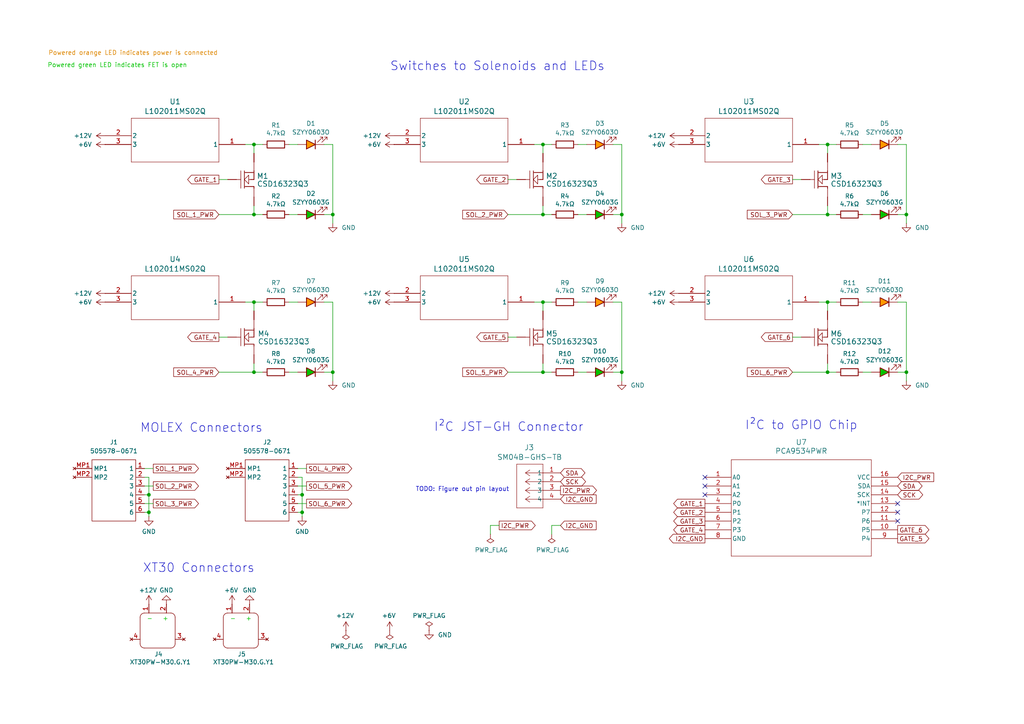
<source format=kicad_sch>
(kicad_sch (version 20250114) (generator "eeschema") (generator_version "9.0")
  (paper "A4")
  (title_block (title "Solenoid Control Board"))
  (lib_symbols
    (symbol "solenoid_control_board:+12V" (power) (pin_numbers (hide yes)) (pin_names (offset 0) (hide yes))
      (property "Value" "+12V" (at 0 3.556 0))
      (symbol "+12V_0_1"
        (polyline (pts (xy -0.762 1.27) (xy 0 2.54)))
        (polyline (pts (xy 0 2.54) (xy 0.762 1.27)))
        (polyline (pts (xy 0 0) (xy 0 2.54)))
      )
      (symbol "+12V_1_1"
        (pin power_in line (at 0 0 90) (length 0) (name "~") (number "1"))
      )
    )
    (symbol "solenoid_control_board:+6V" (power) (pin_numbers (hide yes)) (pin_names (offset 0) (hide yes))
      (property "Value" "+6V" (at 0 3.556 0))
      (symbol "+6V_0_1"
        (polyline (pts (xy -0.762 1.27) (xy 0 2.54)))
        (polyline (pts (xy 0 2.54) (xy 0.762 1.27)))
        (polyline (pts (xy 0 0) (xy 0 2.54)))
      )
      (symbol "+6V_1_1"
        (pin power_in line (at 0 0 90) (length 0) (name "~") (number "1"))
      )
    )
    (symbol "solenoid_control_board:505578-0671"
      (property "Reference" "J" (at -8.89 6.858 0))
      (property "Value" "505578-0671" (at -8.636 4.318 0))
      (symbol "505578-0671_0_1"
        (rectangle (start -15.24 2.54) (end -2.54 -15.24))
      )
      (symbol "505578-0671_1_1"
        (pin no_connect line (at -20.32 0 0) (length 5.08) (name "MP1") (number "MP1"))
        (pin no_connect line (at -20.32 -2.54 0) (length 5.08) (name "MP2") (number "MP2"))
        (pin passive line (at 0 0 180) (length 2.54) (name "1") (number "1"))
        (pin passive line (at 0 -2.54 180) (length 2.54) (name "2") (number "2"))
        (pin passive line (at 0 -5.08 180) (length 2.54) (name "3") (number "3"))
        (pin passive line (at 0 -7.62 180) (length 2.54) (name "4") (number "4"))
        (pin passive line (at 0 -10.16 180) (length 2.54) (name "5") (number "5"))
        (pin passive line (at 0 -12.7 180) (length 2.54) (name "6") (number "6"))
      )
    )
    (symbol "solenoid_control_board:CSD16323Q3" (pin_names (offset 0.254))
      (property "Reference" "M" (at 5.842 0.254 0))
      (property "Value" "CSD16323Q3" (at 12.446 -1.778 0))
      (symbol "CSD16323Q3_1_1"
        (polyline (pts (xy -1.27 0) (xy 0 0)) (stroke (width 0.1524)))
        (polyline (pts (xy 0 -2.54) (xy 0 2.54)) (stroke (width 0.1524)))
        (polyline (pts (xy 1.016 2.54) (xy 1.016 -2.54)) (stroke (width 0.1524)))
        (polyline (pts (xy 1.016 2.54) (xy 1.016 -2.54)) (stroke (width 0.1524)))
        (polyline (pts (xy 1.016 0) (xy 2.286 1.27)) (stroke (width 0.1524)))
        (polyline (pts (xy 1.016 -2.032) (xy 3.81 -2.032)) (stroke (width 0.1524)))
        (polyline (pts (xy 1.27 -2.032) (xy 3.556 -2.032)) (stroke (width 0.1524)))
        (polyline (pts (xy 2.286 1.27) (xy 2.286 -1.27)) (stroke (width 0.1524)))
        (polyline (pts (xy 2.286 0) (xy 3.81 0)) (stroke (width 0.1524)))
        (polyline (pts (xy 2.286 -1.27) (xy 1.016 0)) (stroke (width 0.1524)))
        (polyline (pts (xy 2.794 0) (xy 3.81 0)) (stroke (width 0.1524)))
        (polyline (pts (xy 3.81 5.08) (xy 3.81 2.54)) (stroke (width 0.1524)))
        (polyline (pts (xy 3.81 2.54) (xy 3.81 2.032)) (stroke (width 0.1524)))
        (polyline (pts (xy 3.81 2.54) (xy 3.81 2.032)) (stroke (width 0.1524)))
        (polyline (pts (xy 3.81 2.032) (xy 1.016 2.032)) (stroke (width 0.1524)))
        (polyline (pts (xy 3.81 2.032) (xy 1.27 2.032)) (stroke (width 0.1524)))
        (polyline (pts (xy 3.81 0) (xy 3.81 -2.54)) (stroke (width 0.1524)))
        (polyline (pts (xy 3.81 0) (xy 3.81 -2.54)) (stroke (width 0.1524)))
        (polyline (pts (xy 3.81 -2.54) (xy 3.81 -5.08)) (stroke (width 0.1524)))
        (polyline (pts (xy 3.81 -7.62) (xy 3.81 -5.08)) (stroke (width 0.1524)))
        (pin input line (at -3.81 0 0) (length 2.54) (name "") (number "1"))
        (pin output line (at 3.81 7.62 270) (length 2.54) (name "") (number "3"))
        (pin input line (at 3.81 -7.62 90) (length 2.54) (name "") (number "2"))
      )
    )
    (symbol "solenoid_control_board:GND" (power) (pin_numbers (hide yes)) (pin_names (offset 0) (hide yes))
      (property "Value" "GND" (at 0 -3.81 0))
      (symbol "GND_0_1"
        (polyline (pts (xy 0 0) (xy 0 -1.27) (xy 1.27 -1.27) (xy 0 -2.54) (xy -1.27 -1.27) (xy 0 -1.27)))
      )
      (symbol "GND_1_1"
        (pin power_in line (at 0 0 270) (length 0) (name "~") (number "1"))
      )
    )
    (symbol "solenoid_control_board:L102011MS02Q" (pin_names (offset 0.254))
      (property "Reference" "U" (at 20.32 10.16 0))
      (property "Value" "L102011MS02Q" (at 20.32 7.62 0))
      (symbol "L102011MS02Q_0_1"
        (polyline (pts (xy 7.62 5.08) (xy 7.62 -7.62)) (stroke (width 0.127)))
        (polyline (pts (xy 7.62 -7.62) (xy 33.02 -7.62)) (stroke (width 0.127)))
        (polyline (pts (xy 33.02 5.08) (xy 7.62 5.08)) (stroke (width 0.127)))
        (polyline (pts (xy 33.02 -7.62) (xy 33.02 5.08)) (stroke (width 0.127)))
      )
      (symbol "L102011MS02Q_1_1"
        (pin free line (at 0 0 0) (length 7.62) (name "1") (number "1"))
        (pin free line (at 40.64 0 180) (length 7.62) (name "3") (number "3"))
        (pin free line (at 40.64 -2.54 180) (length 7.62) (name "2") (number "2"))
      )
    )
    (symbol "solenoid_control_board:PCA9534PWR" (pin_names (offset 0.254))
      (property "Reference" "U" (at 27.94 10.16 0))
      (property "Value" "PCA9534PWR" (at 27.94 7.62 0))
      (symbol "PCA9534PWR_0_1"
        (polyline (pts (xy 7.62 5.08) (xy 7.62 -22.86)) (stroke (width 0.127)))
        (polyline (pts (xy 7.62 -22.86) (xy 48.26 -22.86)) (stroke (width 0.127)))
        (polyline (pts (xy 48.26 5.08) (xy 7.62 5.08)) (stroke (width 0.127)))
        (polyline (pts (xy 48.26 -22.86) (xy 48.26 5.08)) (stroke (width 0.127)))
        (pin input line (at 0 0 0) (length 7.62) (name "A0") (number "1"))
        (pin input line (at 0 -2.54 0) (length 7.62) (name "A1") (number "2"))
        (pin input line (at 0 -5.08 0) (length 7.62) (name "A2") (number "3"))
        (pin bidirectional line (at 0 -7.62 0) (length 7.62) (name "P0") (number "4"))
        (pin bidirectional line (at 0 -10.16 0) (length 7.62) (name "P1") (number "5"))
        (pin bidirectional line (at 0 -12.7 0) (length 7.62) (name "P2") (number "6"))
        (pin bidirectional line (at 0 -15.24 0) (length 7.62) (name "P3") (number "7"))
        (pin power_in line (at 0 -17.78 0) (length 7.62) (name "GND") (number "8"))
        (pin power_in line (at 55.88 0 180) (length 7.62) (name "VCC") (number "16"))
        (pin output line (at 55.88 -7.62 180) (length 7.62) (name "*INT") (number "13"))
        (pin bidirectional line (at 55.88 -10.16 180) (length 7.62) (name "P7") (number "12"))
        (pin bidirectional line (at 55.88 -12.7 180) (length 7.62) (name "P6") (number "11"))
        (pin bidirectional line (at 55.88 -15.24 180) (length 7.62) (name "P5") (number "10"))
        (pin bidirectional line (at 55.88 -17.78 180) (length 7.62) (name "P4") (number "9"))
      )
      (symbol "PCA9534PWR_1_1"
        (pin bidirectional line (at 55.88 -2.54 180) (length 7.62) (name "SDA") (number "15"))
        (pin bidirectional line (at 55.88 -5.08 180) (length 7.62) (name "SCK") (number "14"))
      )
    )
    (symbol "solenoid_control_board:PWR_FLAG" (power) (pin_numbers (hide yes)) (pin_names (offset 0) (hide yes))
      (property "Value" "PWR_FLAG" (at 0 3.81 0))
      (symbol "PWR_FLAG_0_0"
        (pin power_out line (at 0 0 90) (length 0) (name "~") (number "1"))
      )
      (symbol "PWR_FLAG_0_1"
        (polyline (pts (xy 0 0) (xy 0 1.27) (xy -1.016 1.905) (xy 0 2.54) (xy 1.016 1.905) (xy 0 1.27)))
      )
    )
    (symbol "solenoid_control_board:R" (pin_numbers (hide yes)) (pin_names (offset 0))
      (property "Reference" "R" (at 2.032 0 90))
      (property "Value" "R" (at 0 0 90))
      (symbol "R_0_1"
        (rectangle (start -1.016 -2.54) (end 1.016 2.54) (stroke (width 0.254)))
      )
      (symbol "R_1_1"
        (pin passive line (at 0 3.81 270) (length 1.27) (name "~") (number "1"))
        (pin passive line (at 0 -3.81 90) (length 1.27) (name "~") (number "2"))
      )
    )
    (symbol "solenoid_control_board:SM04B-GHS-TB" (pin_names (offset 0.254))
      (property "Reference" "J" (at 8.89 7.112 0))
      (property "Value" "SM04B-GHS-TB" (at 9.144 4.572 0))
      (symbol "SM04B-GHS-TB_1_1"
        (polyline (pts (xy 5.08 2.54) (xy 5.08 -10.16)) (stroke (width 0.127)))
        (polyline (pts (xy 5.08 -10.16) (xy 12.7 -10.16)) (stroke (width 0.127)))
        (polyline (pts (xy 10.16 0) (xy 5.08 0)) (stroke (width 0.127)))
        (polyline (pts (xy 10.16 0) (xy 8.89 0.8467)) (stroke (width 0.127)))
        (polyline (pts (xy 10.16 0) (xy 8.89 -0.8467)) (stroke (width 0.127)))
        (polyline (pts (xy 10.16 -2.54) (xy 5.08 -2.54)) (stroke (width 0.127)))
        (polyline (pts (xy 10.16 -2.54) (xy 8.89 -1.6933)) (stroke (width 0.127)))
        (polyline (pts (xy 10.16 -2.54) (xy 8.89 -3.3867)) (stroke (width 0.127)))
        (polyline (pts (xy 10.16 -5.08) (xy 5.08 -5.08)) (stroke (width 0.127)))
        (polyline (pts (xy 10.16 -5.08) (xy 8.89 -4.2333)) (stroke (width 0.127)))
        (polyline (pts (xy 10.16 -5.08) (xy 8.89 -5.9267)) (stroke (width 0.127)))
        (polyline (pts (xy 10.16 -7.62) (xy 5.08 -7.62)) (stroke (width 0.127)))
        (polyline (pts (xy 10.16 -7.62) (xy 8.89 -6.7733)) (stroke (width 0.127)))
        (polyline (pts (xy 10.16 -7.62) (xy 8.89 -8.4667)) (stroke (width 0.127)))
        (polyline (pts (xy 12.7 2.54) (xy 5.08 2.54)) (stroke (width 0.127)))
        (polyline (pts (xy 12.7 -10.16) (xy 12.7 2.54)) (stroke (width 0.127)))
        (pin free line (at 0 0 0) (length 5.08) (name "1") (number "1"))
        (pin free line (at 0 -2.54 0) (length 5.08) (name "2") (number "2"))
        (pin free line (at 0 -5.08 0) (length 5.08) (name "3") (number "3"))
        (pin free line (at 0 -7.62 0) (length 5.08) (name "4") (number "4"))
      )
      (symbol "SM04B-GHS-TB_1_2"
        (polyline (pts (xy 5.08 2.54) (xy 5.08 -10.16)) (stroke (width 0.127)))
        (polyline (pts (xy 5.08 -10.16) (xy 12.7 -10.16)) (stroke (width 0.127)))
        (polyline (pts (xy 7.62 0) (xy 5.08 0)) (stroke (width 0.127)))
        (polyline (pts (xy 7.62 0) (xy 8.89 0.8467)) (stroke (width 0.127)))
        (polyline (pts (xy 7.62 0) (xy 8.89 -0.8467)) (stroke (width 0.127)))
        (polyline (pts (xy 7.62 -2.54) (xy 5.08 -2.54)) (stroke (width 0.127)))
        (polyline (pts (xy 7.62 -2.54) (xy 8.89 -1.6933)) (stroke (width 0.127)))
        (polyline (pts (xy 7.62 -2.54) (xy 8.89 -3.3867)) (stroke (width 0.127)))
        (polyline (pts (xy 7.62 -5.08) (xy 5.08 -5.08)) (stroke (width 0.127)))
        (polyline (pts (xy 7.62 -5.08) (xy 8.89 -4.2333)) (stroke (width 0.127)))
        (polyline (pts (xy 7.62 -5.08) (xy 8.89 -5.9267)) (stroke (width 0.127)))
        (polyline (pts (xy 7.62 -7.62) (xy 5.08 -7.62)) (stroke (width 0.127)))
        (polyline (pts (xy 7.62 -7.62) (xy 8.89 -6.7733)) (stroke (width 0.127)))
        (polyline (pts (xy 7.62 -7.62) (xy 8.89 -8.4667)) (stroke (width 0.127)))
        (polyline (pts (xy 12.7 2.54) (xy 5.08 2.54)) (stroke (width 0.127)))
        (polyline (pts (xy 12.7 -10.16) (xy 12.7 2.54)) (stroke (width 0.127)))
        (pin unspecified line (at 0 0 0) (length 5.08) (name "1") (number "1"))
        (pin unspecified line (at 0 -2.54 0) (length 5.08) (name "2") (number "2"))
        (pin unspecified line (at 0 -5.08 0) (length 5.08) (name "3") (number "3"))
        (pin unspecified line (at 0 -7.62 0) (length 5.08) (name "4") (number "4"))
      )
    )
    (symbol "solenoid_control_board:SZYY0603G"
      (property "Reference" "D" (at 0 2.54 0))
      (property "Value" "SZYY0603G" (at 0 -4.064 0))
      (symbol "SZYY0603G_0_1"
        (polyline (pts (xy -3.175 -0.635) (xy -4.699 -2.159) (xy -3.937 -2.159) (xy -4.699 -2.159) (xy -4.699 -1.397)))
        (polyline (pts (xy -1.905 -0.635) (xy -3.429 -2.159) (xy -2.667 -2.159) (xy -3.429 -2.159) (xy -3.429 -1.397)))
      )
      (symbol "SZYY0603G_1_1"
        (polyline (pts (xy -1.27 1.27) (xy -1.27 -1.27)) (stroke (width 0.254)))
        (polyline (pts (xy 1.27 1.27) (xy -1.27 0) (xy 1.27 -1.27) (xy 1.27 1.27)) (stroke (width 0.254)) (fill (type color) (color 0 194 0 1)))
        (pin passive line (at -3.81 0 0) (length 2.54) (name "") (number "2"))
        (pin passive line (at 3.81 0 180) (length 2.54) (name "") (number "1"))
      )
    )
    (symbol "solenoid_control_board:SZYY0603O"
      (property "Reference" "D" (at 0 2.54 0))
      (property "Value" "SZYY0603O" (at 0 -4.064 0))
      (symbol "SZYY0603O_0_1"
        (polyline (pts (xy -3.175 -0.635) (xy -4.699 -2.159) (xy -3.937 -2.159) (xy -4.699 -2.159) (xy -4.699 -1.397)))
        (polyline (pts (xy -1.905 -0.635) (xy -3.429 -2.159) (xy -2.667 -2.159) (xy -3.429 -2.159) (xy -3.429 -1.397)))
      )
      (symbol "SZYY0603O_1_1"
        (polyline (pts (xy -1.27 1.27) (xy -1.27 -1.27)) (stroke (width 0.254)))
        (polyline (pts (xy 1.27 1.27) (xy -1.27 0) (xy 1.27 -1.27) (xy 1.27 1.27)) (stroke (width 0.254)) (fill (type color) (color 255 153 0 1)))
        (pin passive line (at -3.81 0 0) (length 2.54) (name "") (number "2"))
        (pin passive line (at 3.81 0 180) (length 2.54) (name "") (number "1"))
      )
    )
    (symbol "solenoid_control_board:XT30PW-M30.G.Y"
      (property "Reference" "J" (at 2.286 -14.478 0))
      (property "Value" "XT30PW-M30.G.Y" (at 2.286 -16.51 0))
      (symbol "XT30PW-M30.G.Y_0_1"
        (polyline (pts (xy -2.54 -11.43) (xy -2.54 -3.81)))
        (polyline (pts (xy -1.27 -2.54) (xy -1.27 -2.54)))
        (polyline (pts (xy -1.27 -2.54) (xy 6.35 -2.54)))
        (polyline (pts (xy -1.27 -12.7) (xy 6.35 -12.7)))
        (arc (start -2.54 -3.81) (mid -2.168 -2.912) (end -1.27 -2.54))
        (arc (start -1.27 -12.7) (mid -2.168 -12.328) (end -2.54 -11.43))
        (arc (start 6.35 -2.54) (mid 7.248 -2.912) (end 7.62 -3.81))
        (arc (start 7.62 -11.43) (mid 7.248 -12.328) (end 6.35 -12.7))
        (polyline (pts (xy 7.62 -3.81) (xy 7.62 -3.81)))
        (polyline (pts (xy 7.62 -3.81) (xy 7.62 -11.43)))
      )
      (symbol "XT30PW-M30.G.Y_1_1"
        (text "-" (at 0.254 -4.064 0) (effects (font (size 1.27 1.27))))
        (text "+\n" (at 4.826 -4.064 0) (effects (font (size 1.27 1.27))))
        (pin no_connect line (at -5.08 -10.16 0) (length 2.54) (name "") (number "4"))
        (pin power_in line (at 0 0 270) (length 2.54) (name "") (number "1"))
        (pin power_in line (at 5.08 0 270) (length 2.54) (name "") (number "2"))
        (pin no_connect line (at 10.16 -10.16 180) (length 2.54) (name "") (number "3"))
      )
    )
  )
  (text "Powered orange LED indicates power is connected" (at 38.608 15.494 0) (effects (font (size 1.27 1.27))))
  (text "Switches to Solenoids and LEDs" (at 144.272 19.304 0) (effects (font (size 2.54 2.54))))
  (text "MOLEX Connectors\n" (at 58.42 124.206 0) (effects (font (size 2.54 2.54))))
  (text "I²C JST-GH Connector" (at 147.574 123.952 0) (effects (font (size 2.54 2.54))))
  (text "XT30 Connectors\n" (at 57.658 164.846 0) (effects (font (size 2.54 2.54))))
  (text "Powered green LED indicates FET is open\n" (at 34.036 19.05 0) (effects (font (size 1.27 1.27))))
  (text "I²C to GPIO Chip" (at 232.41 123.444 0) (effects (font (size 2.54 2.54))))
  (text "TODO: Figure out pin layout" (at 134.112 141.986 0) (effects (font (size 1.27 1.27))))
  (junction (at 157.48 107.95))
  (junction (at 87.63 143.51))
  (junction (at 262.89 107.95))
  (junction (at 87.63 148.59))
  (junction (at 73.66 87.63))
  (junction (at 180.34 62.23))
  (junction (at 262.89 62.23))
  (junction (at 157.48 41.91))
  (junction (at 73.66 41.91))
  (junction (at 240.03 41.91))
  (junction (at 73.66 107.95))
  (junction (at 96.52 62.23))
  (junction (at 240.03 87.63))
  (junction (at 43.18 148.59))
  (junction (at 240.03 62.23))
  (junction (at 157.48 62.23))
  (junction (at 73.66 62.23))
  (junction (at 240.03 107.95))
  (junction (at 180.34 107.95))
  (junction (at 43.18 143.51))
  (junction (at 96.52 107.95))
  (junction (at 157.48 87.63))
  (no_connect (at 260.35 151.13))
  (no_connect (at 260.35 148.59))
  (no_connect (at 204.47 140.97))
  (no_connect (at 204.47 138.43))
  (no_connect (at 260.35 146.05))
  (no_connect (at 204.47 143.51))
  (wire (pts (xy 157.48 87.63) (xy 154.94 87.63)))
  (wire (pts (xy 242.57 107.95) (xy 240.03 107.95)))
  (wire (pts (xy 73.66 87.63) (xy 71.12 87.63)))
  (wire (pts (xy 229.87 97.79) (xy 232.41 97.79)))
  (wire (pts (xy 73.66 107.95) (xy 73.66 105.41)))
  (wire (pts (xy 63.5 62.23) (xy 73.66 62.23)))
  (wire (pts (xy 157.48 41.91) (xy 157.48 44.45)))
  (wire (pts (xy 229.87 62.23) (xy 240.03 62.23)))
  (wire (pts (xy 160.02 41.91) (xy 157.48 41.91)))
  (wire (pts (xy 86.36 107.95) (xy 83.82 107.95)))
  (wire (pts (xy 87.63 143.51) (xy 87.63 148.59)))
  (wire (pts (xy 73.66 62.23) (xy 73.66 59.69)))
  (wire (pts (xy 86.36 87.63) (xy 83.82 87.63)))
  (wire (pts (xy 86.36 62.23) (xy 83.82 62.23)))
  (wire (pts (xy 142.24 154.94) (xy 142.24 152.4)))
  (wire (pts (xy 88.9 135.89) (xy 86.36 135.89)))
  (wire (pts (xy 44.45 146.05) (xy 41.91 146.05)))
  (wire (pts (xy 160.02 107.95) (xy 157.48 107.95)))
  (wire (pts (xy 242.57 87.63) (xy 240.03 87.63)))
  (wire (pts (xy 177.8 41.91) (xy 180.34 41.91)))
  (wire (pts (xy 147.32 97.79) (xy 149.86 97.79)))
  (wire (pts (xy 87.63 138.43) (xy 87.63 143.51)))
  (wire (pts (xy 147.32 62.23) (xy 157.48 62.23)))
  (wire (pts (xy 86.36 41.91) (xy 83.82 41.91)))
  (wire (pts (xy 76.2 87.63) (xy 73.66 87.63)))
  (wire (pts (xy 76.2 41.91) (xy 73.66 41.91)))
  (wire (pts (xy 160.02 62.23) (xy 157.48 62.23)))
  (wire (pts (xy 63.5 52.07) (xy 66.04 52.07)))
  (wire (pts (xy 88.9 146.05) (xy 86.36 146.05)))
  (wire (pts (xy 43.18 148.59) (xy 43.18 149.86)))
  (wire (pts (xy 260.35 41.91) (xy 262.89 41.91)))
  (wire (pts (xy 147.32 52.07) (xy 149.86 52.07)))
  (wire (pts (xy 170.18 62.23) (xy 167.64 62.23)))
  (wire (pts (xy 240.03 62.23) (xy 240.03 59.69)))
  (wire (pts (xy 260.35 107.95) (xy 262.89 107.95)))
  (wire (pts (xy 252.73 62.23) (xy 250.19 62.23)))
  (wire (pts (xy 240.03 41.91) (xy 237.49 41.91)))
  (wire (pts (xy 43.18 148.59) (xy 41.91 148.59)))
  (wire (pts (xy 76.2 62.23) (xy 73.66 62.23)))
  (wire (pts (xy 142.24 152.4) (xy 144.78 152.4)))
  (wire (pts (xy 160.02 87.63) (xy 157.48 87.63)))
  (wire (pts (xy 170.18 41.91) (xy 167.64 41.91)))
  (wire (pts (xy 157.48 62.23) (xy 157.48 59.69)))
  (wire (pts (xy 242.57 62.23) (xy 240.03 62.23)))
  (wire (pts (xy 262.89 87.63) (xy 262.89 107.95)))
  (wire (pts (xy 63.5 97.79) (xy 66.04 97.79)))
  (wire (pts (xy 157.48 41.91) (xy 154.94 41.91)))
  (wire (pts (xy 240.03 41.91) (xy 240.03 44.45)))
  (wire (pts (xy 63.5 107.95) (xy 73.66 107.95)))
  (wire (pts (xy 180.34 62.23) (xy 180.34 64.77)))
  (wire (pts (xy 157.48 87.63) (xy 157.48 90.17)))
  (wire (pts (xy 160.02 152.4) (xy 162.56 152.4)))
  (wire (pts (xy 73.66 41.91) (xy 71.12 41.91)))
  (wire (pts (xy 252.73 87.63) (xy 250.19 87.63)))
  (wire (pts (xy 87.63 148.59) (xy 86.36 148.59)))
  (wire (pts (xy 44.45 135.89) (xy 41.91 135.89)))
  (wire (pts (xy 43.18 143.51) (xy 43.18 148.59)))
  (wire (pts (xy 180.34 107.95) (xy 180.34 110.49)))
  (wire (pts (xy 147.32 107.95) (xy 157.48 107.95)))
  (wire (pts (xy 160.02 154.94) (xy 160.02 152.4)))
  (wire (pts (xy 96.52 107.95) (xy 96.52 110.49)))
  (wire (pts (xy 262.89 107.95) (xy 262.89 110.49)))
  (wire (pts (xy 43.18 138.43) (xy 43.18 143.51)))
  (wire (pts (xy 41.91 138.43) (xy 43.18 138.43)))
  (wire (pts (xy 252.73 107.95) (xy 250.19 107.95)))
  (wire (pts (xy 76.2 107.95) (xy 73.66 107.95)))
  (wire (pts (xy 177.8 107.95) (xy 180.34 107.95)))
  (wire (pts (xy 96.52 41.91) (xy 96.52 62.23)))
  (wire (pts (xy 180.34 87.63) (xy 180.34 107.95)))
  (wire (pts (xy 157.48 107.95) (xy 157.48 105.41)))
  (wire (pts (xy 260.35 62.23) (xy 262.89 62.23)))
  (wire (pts (xy 41.91 143.51) (xy 43.18 143.51)))
  (wire (pts (xy 96.52 87.63) (xy 96.52 107.95)))
  (wire (pts (xy 229.87 52.07) (xy 232.41 52.07)))
  (wire (pts (xy 93.98 87.63) (xy 96.52 87.63)))
  (wire (pts (xy 170.18 87.63) (xy 167.64 87.63)))
  (wire (pts (xy 180.34 41.91) (xy 180.34 62.23)))
  (wire (pts (xy 240.03 87.63) (xy 240.03 90.17)))
  (wire (pts (xy 177.8 87.63) (xy 180.34 87.63)))
  (wire (pts (xy 96.52 62.23) (xy 96.52 64.77)))
  (wire (pts (xy 242.57 41.91) (xy 240.03 41.91)))
  (wire (pts (xy 170.18 107.95) (xy 167.64 107.95)))
  (wire (pts (xy 262.89 41.91) (xy 262.89 62.23)))
  (wire (pts (xy 86.36 143.51) (xy 87.63 143.51)))
  (wire (pts (xy 240.03 107.95) (xy 240.03 105.41)))
  (wire (pts (xy 229.87 107.95) (xy 240.03 107.95)))
  (wire (pts (xy 93.98 62.23) (xy 96.52 62.23)))
  (wire (pts (xy 88.9 140.97) (xy 86.36 140.97)))
  (wire (pts (xy 73.66 41.91) (xy 73.66 44.45)))
  (wire (pts (xy 87.63 149.86) (xy 87.63 148.59)))
  (wire (pts (xy 177.8 62.23) (xy 180.34 62.23)))
  (wire (pts (xy 86.36 138.43) (xy 87.63 138.43)))
  (wire (pts (xy 262.89 62.23) (xy 262.89 64.77)))
  (wire (pts (xy 93.98 107.95) (xy 96.52 107.95)))
  (wire (pts (xy 240.03 87.63) (xy 237.49 87.63)))
  (wire (pts (xy 73.66 87.63) (xy 73.66 90.17)))
  (wire (pts (xy 44.45 140.97) (xy 41.91 140.97)))
  (wire (pts (xy 252.73 41.91) (xy 250.19 41.91)))
  (wire (pts (xy 260.35 87.63) (xy 262.89 87.63)))
  (wire (pts (xy 93.98 41.91) (xy 96.52 41.91)))
  (global_label "SOL_4_PWR" (shape output) (at 88.9 135.89 0) (property "Intersheetrefs" "${INTERSHEET_REFS}" (effects (hide yes))))
  (global_label "SOL_3_PWR" (shape output) (at 44.45 146.05 0) (property "Intersheetrefs" "${INTERSHEET_REFS}" (effects (hide yes))))
  (global_label "I2C_PWR" (shape output) (at 162.56 142.24 0) (property "Intersheetrefs" "${INTERSHEET_REFS}" (effects (hide yes))))
  (global_label "GATE_3" (shape output) (at 229.87 52.07 180) (property "Intersheetrefs" "${INTERSHEET_REFS}" (effects (hide yes))))
  (global_label "I2C_GND" (shape input) (at 162.56 144.78 0) (property "Intersheetrefs" "${INTERSHEET_REFS}" (effects (hide yes))))
  (global_label "SDA" (shape bidirectional) (at 162.56 137.16 0) (property "Intersheetrefs" "${INTERSHEET_REFS}" (effects (hide yes))))
  (global_label "GATE_1" (shape output) (at 204.47 146.05 180) (property "Intersheetrefs" "${INTERSHEET_REFS}" (effects (hide yes))))
  (global_label "GATE_3" (shape output) (at 204.47 151.13 180) (property "Intersheetrefs" "${INTERSHEET_REFS}" (effects (hide yes))))
  (global_label "SCK" (shape bidirectional) (at 162.56 139.7 0) (property "Intersheetrefs" "${INTERSHEET_REFS}" (effects (hide yes))))
  (global_label "SOL_4_PWR" (shape input) (at 63.5 107.95 180) (property "Intersheetrefs" "${INTERSHEET_REFS}" (effects (hide yes))))
  (global_label "SOL_1_PWR" (shape output) (at 44.45 135.89 0) (property "Intersheetrefs" "${INTERSHEET_REFS}" (effects (hide yes))))
  (global_label "SOL_6_PWR" (shape input) (at 229.87 107.95 180) (property "Intersheetrefs" "${INTERSHEET_REFS}" (effects (hide yes))))
  (global_label "GATE_2" (shape output) (at 147.32 52.07 180) (property "Intersheetrefs" "${INTERSHEET_REFS}" (effects (hide yes))))
  (global_label "GATE_5" (shape output) (at 260.35 156.21 0) (property "Intersheetrefs" "${INTERSHEET_REFS}" (effects (hide yes))))
  (global_label "I2C_PWR" (shape input) (at 260.35 138.43 0) (property "Intersheetrefs" "${INTERSHEET_REFS}" (effects (hide yes))))
  (global_label "GATE_6" (shape output) (at 260.35 153.67 0) (property "Intersheetrefs" "${INTERSHEET_REFS}" (effects (hide yes))))
  (global_label "GATE_4" (shape output) (at 63.5 97.79 180) (property "Intersheetrefs" "${INTERSHEET_REFS}" (effects (hide yes))))
  (global_label "SOL_2_PWR" (shape input) (at 147.32 62.23 180) (property "Intersheetrefs" "${INTERSHEET_REFS}" (effects (hide yes))))
  (global_label "SCK" (shape bidirectional) (at 260.35 143.51 0) (property "Intersheetrefs" "${INTERSHEET_REFS}" (effects (hide yes))))
  (global_label "GATE_4" (shape output) (at 204.47 153.67 180) (property "Intersheetrefs" "${INTERSHEET_REFS}" (effects (hide yes))))
  (global_label "GATE_1" (shape output) (at 63.5 52.07 180) (property "Intersheetrefs" "${INTERSHEET_REFS}" (effects (hide yes))))
  (global_label "SOL_1_PWR" (shape input) (at 63.5 62.23 180) (property "Intersheetrefs" "${INTERSHEET_REFS}" (effects (hide yes))))
  (global_label "SOL_5_PWR" (shape output) (at 88.9 140.97 0) (property "Intersheetrefs" "${INTERSHEET_REFS}" (effects (hide yes))))
  (global_label "SDA" (shape bidirectional) (at 260.35 140.97 0) (property "Intersheetrefs" "${INTERSHEET_REFS}" (effects (hide yes))))
  (global_label "I2C_GND" (shape output) (at 204.47 156.21 180) (property "Intersheetrefs" "${INTERSHEET_REFS}" (effects (hide yes))))
  (global_label "GATE_6" (shape output) (at 229.87 97.79 180) (property "Intersheetrefs" "${INTERSHEET_REFS}" (effects (hide yes))))
  (global_label "SOL_2_PWR" (shape output) (at 44.45 140.97 0) (property "Intersheetrefs" "${INTERSHEET_REFS}" (effects (hide yes))))
  (global_label "GATE_2" (shape output) (at 204.47 148.59 180) (property "Intersheetrefs" "${INTERSHEET_REFS}" (effects (hide yes))))
  (global_label "SOL_3_PWR" (shape input) (at 229.87 62.23 180) (property "Intersheetrefs" "${INTERSHEET_REFS}" (effects (hide yes))))
  (global_label "SOL_6_PWR" (shape output) (at 88.9 146.05 0) (property "Intersheetrefs" "${INTERSHEET_REFS}" (effects (hide yes))))
  (global_label "I2C_PWR" (shape output) (at 144.78 152.4 0) (property "Intersheetrefs" "${INTERSHEET_REFS}" (effects (hide yes))))
  (global_label "GATE_5" (shape output) (at 147.32 97.79 180) (property "Intersheetrefs" "${INTERSHEET_REFS}" (effects (hide yes))))
  (global_label "SOL_5_PWR" (shape input) (at 147.32 107.95 180) (property "Intersheetrefs" "${INTERSHEET_REFS}" (effects (hide yes))))
  (global_label "I2C_GND" (shape input) (at 162.56 152.4 0) (property "Intersheetrefs" "${INTERSHEET_REFS}" (effects (hide yes))))
  (symbol (lib_id "solenoid_control_board:+12V") (at 100.33 182.88 0) (unit 1)
    (property "Reference" "#PWR031" (effects (hide yes)))
    (property "Value" "+12V" (at 100.076 178.562 0))
    (property "Description" "Power symbol creates a global label with name \"+12V\"" (effects (hide yes)))
  )
  (symbol (lib_id "solenoid_control_board:L102011MS02Q") (at 237.49 87.63 180) (unit 1)
    (property "Reference" "U6" (at 217.17 75.184 0) (effects (font (size 1.524 1.524))))
    (property "Value" "L102011MS02Q" (at 217.17 77.978 0) (effects (font (size 1.524 1.524))))
    (property "Footprint" "Downloaded:L102011MS02Q_CNK" (effects (hide yes)))
    (property "Datasheet" "https://www.ckswitches.com/media/1423/l.pdf" (effects (hide yes)))
    (property "Description" "Slide Switch SPDT Through Hole" (effects (hide yes)))
  )
  (symbol (lib_id "solenoid_control_board:GND") (at 87.63 149.86 0) (unit 1)
    (property "Reference" "#PWR08" (effects (hide yes)))
    (property "Value" "GND" (at 87.63 154.178 0))
    (property "Description" "Power symbol creates a global label with name \"GND\" , ground" (effects (hide yes)))
  )
  (symbol (lib_id "solenoid_control_board:SZYY0603O") (at 256.54 87.63 180) (unit 1)
    (property "Reference" "D11" (at 256.54 81.534 0))
    (property "Value" "SZYY0603O" (at 256.54 84.074 0))
    (property "Footprint" "Downloaded:LED0603-R-RD_ORANGE" (effects (hide yes)))
    (property "Datasheet" "https://www.lcsc.com/datasheet/lcsc_datasheet_2410121256_Yongyu-Photoelectric-SZYY0603O_C434425.pdf" (effects (hide yes)))
    (property "Description" "Orange LED from LCSC Electronics" (effects (hide yes)))
  )
  (symbol (lib_id "solenoid_control_board:+12V") (at 196.85 85.09 90) (unit 1)
    (property "Reference" "#PWR027" (effects (hide yes)))
    (property "Value" "+12V" (at 193.04 85.0899 90) (effects (justify left)))
    (property "Description" "Power symbol creates a global label with name \"+12V\"" (effects (hide yes)))
  )
  (symbol (lib_id "solenoid_control_board:CSD16323Q3") (at 236.22 52.07 0) (mirror x) (unit 1)
    (property "Reference" "M3" (at 242.57 51.054 0) (effects (font (size 1.524 1.524))))
    (property "Value" "CSD16323Q3" (at 248.412 53.34 0) (effects (font (size 1.524 1.524))))
    (property "Footprint" "Downloaded:DQG0008A" (effects (hide yes)))
    (property "Datasheet" "https://www.ti.com/lit/ds/symlink/csd25404q3.pdf?ts=1743723239203&ref_url=https%253A%252F%252Fwww.ti.com%252Fproduct%252FCSD25404Q3" (effects (hide yes)))
    (property "Description" "-20-V, P channel NexFET™ power MOSFET, single SON 3 mm x 3 mm, 6.5 mOhm" (effects (hide yes)))
  )
  (symbol (lib_id "solenoid_control_board:SZYY0603O") (at 256.54 41.91 180) (unit 1)
    (property "Reference" "D5" (at 256.54 35.814 0))
    (property "Value" "SZYY0603O" (at 256.54 38.354 0))
    (property "Footprint" "Downloaded:LED0603-R-RD_ORANGE" (effects (hide yes)))
    (property "Datasheet" "https://www.lcsc.com/datasheet/lcsc_datasheet_2410121256_Yongyu-Photoelectric-SZYY0603O_C434425.pdf" (effects (hide yes)))
    (property "Description" "Orange LED from LCSC Electronics" (effects (hide yes)))
  )
  (symbol (lib_id "solenoid_control_board:+6V") (at 114.3 87.63 90) (unit 1)
    (property "Reference" "#PWR026" (effects (hide yes)))
    (property "Value" "+6V" (at 110.49 87.6299 90) (effects (justify left)))
    (property "Description" "Power symbol creates a global label with name \"+6V\"" (effects (hide yes)))
  )
  (symbol (lib_id "solenoid_control_board:R") (at 163.83 87.63 90) (unit 1)
    (property "Reference" "R9" (at 163.83 82.042 90))
    (property "Value" "4.7kΩ" (at 163.83 84.328 90))
    (property "Footprint" "Downloaded:RESC1607X60N" (effects (hide yes)))
    (property "Description" "Resistor" (effects (hide yes)))
  )
  (symbol (lib_id "solenoid_control_board:+12V") (at 114.3 39.37 90) (unit 1)
    (property "Reference" "#PWR09" (effects (hide yes)))
    (property "Value" "+12V" (at 110.49 39.3699 90) (effects (justify left)))
    (property "Description" "Power symbol creates a global label with name \"+12V\"" (effects (hide yes)))
  )
  (symbol (lib_id "solenoid_control_board:505578-0671") (at 41.91 135.89 0) (unit 1)
    (property "Reference" "J1" (at 33.02 128.27 0))
    (property "Value" "505578-0671" (at 33.02 130.81 0))
    (property "Footprint" "Downloaded:5055780671" (effects (hide yes)))
    (property "Datasheet" "https://www.molex.com/en-us/products/part-detail/5055780671?display=pdf" (effects (hide yes)))
    (property "Description" "Headers & Wire Housings MicroLock Plus 2mm RA SR Hdr 6Ckt Blk" (effects (hide yes)))
  )
  (symbol (lib_id "solenoid_control_board:+6V") (at 114.3 41.91 90) (unit 1)
    (property "Reference" "#PWR020" (effects (hide yes)))
    (property "Value" "+6V" (at 110.49 41.9099 90) (effects (justify left)))
    (property "Description" "Power symbol creates a global label with name \"+6V\"" (effects (hide yes)))
  )
  (symbol (lib_id "solenoid_control_board:R") (at 80.01 62.23 90) (unit 1)
    (property "Reference" "R2" (at 80.01 56.896 90))
    (property "Value" "4.7kΩ" (at 80.01 59.182 90))
    (property "Footprint" "Downloaded:RESC1607X60N" (effects (hide yes)))
    (property "Description" "Resistor" (effects (hide yes)))
  )
  (symbol (lib_id "solenoid_control_board:XT30PW-M30.G.Y") (at 43.18 175.26 0) (unit 1)
    (property "Reference" "J4" (at 45.974 189.738 0))
    (property "Value" "XT30PW-M30.G.Y1" (at 46.482 192.024 0))
    (property "Footprint" "Downloaded:CONN-TH_XT30PW-M" (effects (hide yes)))
    (property "Datasheet" "https://jlcpcb.com/api/file/downloadByFileSystemAccessId/8588889116385136640" (effects (hide yes)))
    (property "Description" "Connector: DC supply; socket; male; PIN: 2; on PCBs; THT; yellow; 15A" (effects (hide yes)))
  )
  (symbol (lib_id "solenoid_control_board:SZYY0603O") (at 173.99 41.91 180) (unit 1)
    (property "Reference" "D3" (at 173.99 35.814 0))
    (property "Value" "SZYY0603O" (at 173.99 38.354 0))
    (property "Footprint" "Downloaded:LED0603-R-RD_ORANGE" (effects (hide yes)))
    (property "Datasheet" "https://www.lcsc.com/datasheet/lcsc_datasheet_2410121256_Yongyu-Photoelectric-SZYY0603O_C434425.pdf" (effects (hide yes)))
    (property "Description" "Orange LED from LCSC Electronics" (effects (hide yes)))
  )
  (symbol (lib_id "solenoid_control_board:CSD16323Q3") (at 236.22 97.79 0) (mirror x) (unit 1)
    (property "Reference" "M6" (at 242.57 96.774 0) (effects (font (size 1.524 1.524))))
    (property "Value" "CSD16323Q3" (at 248.412 99.06 0) (effects (font (size 1.524 1.524))))
    (property "Footprint" "Downloaded:DQG0008A" (effects (hide yes)))
    (property "Datasheet" "https://www.ti.com/lit/ds/symlink/csd25404q3.pdf?ts=1743723239203&ref_url=https%253A%252F%252Fwww.ti.com%252Fproduct%252FCSD25404Q3" (effects (hide yes)))
    (property "Description" "-20-V, P channel NexFET™ power MOSFET, single SON 3 mm x 3 mm, 6.5 mOhm" (effects (hide yes)))
  )
  (symbol (lib_id "solenoid_control_board:GND") (at 262.89 64.77 0) (unit 1)
    (property "Reference" "#PWR012" (effects (hide yes)))
    (property "Value" "GND" (at 265.43 66.0399 0) (effects (justify left)))
    (property "Description" "Power symbol creates a global label with name \"GND\" , ground" (effects (hide yes)))
  )
  (symbol (lib_id "solenoid_control_board:SZYY0603O") (at 173.99 87.63 180) (unit 1)
    (property "Reference" "D9" (at 173.99 81.534 0))
    (property "Value" "SZYY0603O" (at 173.99 84.074 0))
    (property "Footprint" "Downloaded:LED0603-R-RD_ORANGE" (effects (hide yes)))
    (property "Datasheet" "https://www.lcsc.com/datasheet/lcsc_datasheet_2410121256_Yongyu-Photoelectric-SZYY0603O_C434425.pdf" (effects (hide yes)))
    (property "Description" "Orange LED from LCSC Electronics" (effects (hide yes)))
  )
  (symbol (lib_id "solenoid_control_board:SZYY0603O") (at 90.17 87.63 180) (unit 1)
    (property "Reference" "D7" (at 90.17 81.534 0))
    (property "Value" "SZYY0603O" (at 90.17 84.074 0))
    (property "Footprint" "Downloaded:LED0603-R-RD_ORANGE" (effects (hide yes)))
    (property "Datasheet" "https://www.lcsc.com/datasheet/lcsc_datasheet_2410121256_Yongyu-Photoelectric-SZYY0603O_C434425.pdf" (effects (hide yes)))
    (property "Description" "Orange LED from LCSC Electronics" (effects (hide yes)))
  )
  (symbol (lib_id "solenoid_control_board:L102011MS02Q") (at 237.49 41.91 180) (unit 1)
    (property "Reference" "U3" (at 217.17 29.464 0) (effects (font (size 1.524 1.524))))
    (property "Value" "L102011MS02Q" (at 217.17 32.258 0) (effects (font (size 1.524 1.524))))
    (property "Footprint" "Downloaded:L102011MS02Q_CNK" (effects (hide yes)))
    (property "Datasheet" "https://www.ckswitches.com/media/1423/l.pdf" (effects (hide yes)))
    (property "Description" "Slide Switch SPDT Through Hole" (effects (hide yes)))
  )
  (symbol (lib_id "solenoid_control_board:PWR_FLAG") (at 100.33 182.88 180) (unit 1)
    (property "Reference" "#FLG05" (effects (hide yes)))
    (property "Value" "PWR_FLAG" (at 100.584 187.452 0))
    (property "Description" "Special symbol for telling ERC where power comes from" (effects (hide yes)))
  )
  (symbol (lib_id "solenoid_control_board:SM04B-GHS-TB") (at 162.56 137.16 0) (mirror y) (unit 1)
    (property "Reference" "J3" (at 154.94 129.794 0) (effects (font (size 1.524 1.524)) (justify left)))
    (property "Value" "SM04B-GHS-TB" (at 163.068 132.588 0) (effects (font (size 1.524 1.524)) (justify left)))
    (property "Footprint" "Downloaded:CONN_SM04B-GHS-TB_JST" (effects (hide yes)))
    (property "Datasheet" "https://www.jst-mfg.com/product/pdf/eng/eGH.pdf" (effects (hide yes)))
    (property "Description" "Connector Header Surface Mount, Right Angle 4 position 0.049\" (1.25mm)" (effects (hide yes)))
  )
  (symbol (lib_id "solenoid_control_board:CSD16323Q3") (at 69.85 97.79 0) (mirror x) (unit 1)
    (property "Reference" "M4" (at 76.454 96.774 0) (effects (font (size 1.524 1.524))))
    (property "Value" "CSD16323Q3" (at 82.296 99.06 0) (effects (font (size 1.524 1.524))))
    (property "Footprint" "Downloaded:DQG0008A" (effects (hide yes)))
    (property "Datasheet" "https://www.ti.com/lit/ds/symlink/csd25404q3.pdf?ts=1743723239203&ref_url=https%253A%252F%252Fwww.ti.com%252Fproduct%252FCSD25404Q3" (effects (hide yes)))
    (property "Description" "-20-V, P channel NexFET™ power MOSFET, single SON 3 mm x 3 mm, 6.5 mOhm" (effects (hide yes)))
  )
  (symbol (lib_id "solenoid_control_board:SZYY0603G") (at 90.17 107.95 180) (unit 1)
    (property "Reference" "D8" (at 90.17 101.854 0))
    (property "Value" "SZYY0603G" (at 90.17 104.394 0))
    (property "Footprint" "Downloaded:LED0603-R-RD_GREEN" (effects (hide yes)))
    (property "Datasheet" "https://www.lcsc.com/datasheet/lcsc_datasheet_2410121256_Yongyu-Photoelectric-SZYY0603G_C434420.pdf" (effects (hide yes)))
    (property "Description" "Green LED from LCSC Electronics" (effects (hide yes)))
  )
  (symbol (lib_id "solenoid_control_board:GND") (at 96.52 64.77 0) (unit 1)
    (property "Reference" "#PWR010" (effects (hide yes)))
    (property "Value" "GND" (at 99.06 66.0399 0) (effects (justify left)))
    (property "Description" "Power symbol creates a global label with name \"GND\" , ground" (effects (hide yes)))
  )
  (symbol (lib_id "solenoid_control_board:GND") (at 48.26 175.26 180) (unit 1)
    (property "Reference" "#PWR019" (effects (hide yes)))
    (property "Value" "GND" (at 48.26 171.196 0))
    (property "Description" "Power symbol creates a global label with name \"GND\" , ground" (effects (hide yes)))
  )
  (symbol (lib_id "solenoid_control_board:R") (at 246.38 41.91 90) (unit 1)
    (property "Reference" "R5" (at 246.38 36.322 90))
    (property "Value" "4.7kΩ" (at 246.38 38.608 90))
    (property "Footprint" "Downloaded:RESC1607X60N" (effects (hide yes)))
    (property "Description" "Resistor" (effects (hide yes)))
  )
  (symbol (lib_id "solenoid_control_board:L102011MS02Q") (at 154.94 87.63 180) (unit 1)
    (property "Reference" "U5" (at 134.62 75.184 0) (effects (font (size 1.524 1.524))))
    (property "Value" "L102011MS02Q" (at 134.62 77.978 0) (effects (font (size 1.524 1.524))))
    (property "Footprint" "Downloaded:L102011MS02Q_CNK" (effects (hide yes)))
    (property "Datasheet" "https://www.ckswitches.com/media/1423/l.pdf" (effects (hide yes)))
    (property "Description" "Slide Switch SPDT Through Hole" (effects (hide yes)))
  )
  (symbol (lib_id "solenoid_control_board:L102011MS02Q") (at 154.94 41.91 180) (unit 1)
    (property "Reference" "U2" (at 134.62 29.464 0) (effects (font (size 1.524 1.524))))
    (property "Value" "L102011MS02Q" (at 134.62 32.258 0) (effects (font (size 1.524 1.524))))
    (property "Footprint" "Downloaded:L102011MS02Q_CNK" (effects (hide yes)))
    (property "Datasheet" "https://www.ckswitches.com/media/1423/l.pdf" (effects (hide yes)))
    (property "Description" "Slide Switch SPDT Through Hole" (effects (hide yes)))
  )
  (symbol (lib_id "solenoid_control_board:GND") (at 72.39 175.26 180) (unit 1)
    (property "Reference" "#PWR030" (effects (hide yes)))
    (property "Value" "GND" (at 72.39 171.196 0))
    (property "Description" "Power symbol creates a global label with name \"GND\" , ground" (effects (hide yes)))
  )
  (symbol (lib_id "solenoid_control_board:SZYY0603G") (at 173.99 62.23 180) (unit 1)
    (property "Reference" "D4" (at 173.99 56.134 0))
    (property "Value" "SZYY0603G" (at 173.99 58.674 0))
    (property "Footprint" "Downloaded:LED0603-R-RD_GREEN" (effects (hide yes)))
    (property "Datasheet" "https://www.lcsc.com/datasheet/lcsc_datasheet_2410121256_Yongyu-Photoelectric-SZYY0603G_C434420.pdf" (effects (hide yes)))
    (property "Description" "Green LED from LCSC Electronics" (effects (hide yes)))
  )
  (symbol (lib_id "solenoid_control_board:PWR_FLAG") (at 142.24 154.94 180) (unit 1)
    (property "Reference" "#FLG03" (effects (hide yes)))
    (property "Value" "PWR_FLAG" (at 142.494 159.512 0))
    (property "Description" "Special symbol for telling ERC where power comes from" (effects (hide yes)))
  )
  (symbol (lib_id "solenoid_control_board:SZYY0603G") (at 256.54 62.23 180) (unit 1)
    (property "Reference" "D6" (at 256.54 56.134 0))
    (property "Value" "SZYY0603G" (at 256.54 58.674 0))
    (property "Footprint" "Downloaded:LED0603-R-RD_GREEN" (effects (hide yes)))
    (property "Datasheet" "https://www.lcsc.com/datasheet/lcsc_datasheet_2410121256_Yongyu-Photoelectric-SZYY0603G_C434420.pdf" (effects (hide yes)))
    (property "Description" "Green LED from LCSC Electronics" (effects (hide yes)))
  )
  (symbol (lib_id "solenoid_control_board:+6V") (at 196.85 87.63 90) (unit 1)
    (property "Reference" "#PWR028" (effects (hide yes)))
    (property "Value" "+6V" (at 193.04 87.6299 90) (effects (justify left)))
    (property "Description" "Power symbol creates a global label with name \"+6V\"" (effects (hide yes)))
  )
  (symbol (lib_id "solenoid_control_board:+6V") (at 67.31 175.26 0) (unit 1)
    (property "Reference" "#PWR034" (effects (hide yes)))
    (property "Value" "+6V" (at 67.056 171.196 0))
    (property "Description" "Power symbol creates a global label with name \"+6V\"" (effects (hide yes)))
  )
  (symbol (lib_id "solenoid_control_board:GND") (at 124.46 182.88 0) (unit 1)
    (property "Reference" "#PWR016" (effects (hide yes)))
    (property "Value" "GND" (at 127 184.1499 0) (effects (justify left)))
    (property "Description" "Power symbol creates a global label with name \"GND\" , ground" (effects (hide yes)))
  )
  (symbol (lib_id "solenoid_control_board:R") (at 246.38 107.95 90) (unit 1)
    (property "Reference" "R12" (at 246.38 102.616 90))
    (property "Value" "4.7kΩ" (at 246.38 104.902 90))
    (property "Footprint" "Downloaded:RESC1607X60N" (effects (hide yes)))
    (property "Description" "Resistor" (effects (hide yes)))
  )
  (symbol (lib_id "solenoid_control_board:R") (at 246.38 87.63 90) (unit 1)
    (property "Reference" "R11" (at 246.38 82.042 90))
    (property "Value" "4.7kΩ" (at 246.38 84.328 90))
    (property "Footprint" "Downloaded:RESC1607X60N" (effects (hide yes)))
    (property "Description" "Resistor" (effects (hide yes)))
  )
  (symbol (lib_id "solenoid_control_board:R") (at 163.83 62.23 90) (unit 1)
    (property "Reference" "R4" (at 163.83 56.896 90))
    (property "Value" "4.7kΩ" (at 163.83 59.182 90))
    (property "Footprint" "Downloaded:RESC1607X60N" (effects (hide yes)))
    (property "Description" "Resistor" (effects (hide yes)))
  )
  (symbol (lib_id "solenoid_control_board:R") (at 246.38 62.23 90) (unit 1)
    (property "Reference" "R6" (at 246.38 56.896 90))
    (property "Value" "4.7kΩ" (at 246.38 59.182 90))
    (property "Footprint" "Downloaded:RESC1607X60N" (effects (hide yes)))
    (property "Description" "Resistor" (effects (hide yes)))
  )
  (symbol (lib_id "solenoid_control_board:+6V") (at 30.48 41.91 90) (unit 1)
    (property "Reference" "#PWR07" (effects (hide yes)))
    (property "Value" "+6V" (at 26.67 41.9099 90) (effects (justify left)))
    (property "Description" "Power symbol creates a global label with name \"+6V\"" (effects (hide yes)))
  )
  (symbol (lib_id "solenoid_control_board:+12V") (at 114.3 85.09 90) (unit 1)
    (property "Reference" "#PWR025" (effects (hide yes)))
    (property "Value" "+12V" (at 110.49 85.0899 90) (effects (justify left)))
    (property "Description" "Power symbol creates a global label with name \"+12V\"" (effects (hide yes)))
  )
  (symbol (lib_id "solenoid_control_board:CSD16323Q3") (at 153.67 52.07 0) (mirror x) (unit 1)
    (property "Reference" "M2" (at 160.02 51.054 0) (effects (font (size 1.524 1.524))))
    (property "Value" "CSD16323Q3" (at 165.862 53.34 0) (effects (font (size 1.524 1.524))))
    (property "Footprint" "Downloaded:DQG0008A" (effects (hide yes)))
    (property "Datasheet" "https://www.ti.com/lit/ds/symlink/csd25404q3.pdf?ts=1743723239203&ref_url=https%253A%252F%252Fwww.ti.com%252Fproduct%252FCSD25404Q3" (effects (hide yes)))
    (property "Description" "-20-V, P channel NexFET™ power MOSFET, single SON 3 mm x 3 mm, 6.5 mOhm" (effects (hide yes)))
  )
  (symbol (lib_id "solenoid_control_board:L102011MS02Q") (at 71.12 87.63 180) (unit 1)
    (property "Reference" "U4" (at 50.8 75.184 0) (effects (font (size 1.524 1.524))))
    (property "Value" "L102011MS02Q" (at 50.8 77.978 0) (effects (font (size 1.524 1.524))))
    (property "Footprint" "Downloaded:L102011MS02Q_CNK" (effects (hide yes)))
    (property "Datasheet" "https://www.ckswitches.com/media/1423/l.pdf" (effects (hide yes)))
    (property "Description" "Slide Switch SPDT Through Hole" (effects (hide yes)))
  )
  (symbol (lib_id "solenoid_control_board:SZYY0603O") (at 90.17 41.91 180) (unit 1)
    (property "Reference" "D1" (at 90.17 35.814 0))
    (property "Value" "SZYY0603O" (at 90.17 38.354 0))
    (property "Footprint" "Downloaded:LED0603-R-RD_ORANGE" (effects (hide yes)))
    (property "Datasheet" "https://www.lcsc.com/datasheet/lcsc_datasheet_2410121256_Yongyu-Photoelectric-SZYY0603O_C434425.pdf" (effects (hide yes)))
    (property "Description" "Orange LED from LCSC Electronics" (effects (hide yes)))
  )
  (symbol (lib_id "solenoid_control_board:GND") (at 262.89 110.49 0) (unit 1)
    (property "Reference" "#PWR015" (effects (hide yes)))
    (property "Value" "GND" (at 265.43 111.7599 0) (effects (justify left)))
    (property "Description" "Power symbol creates a global label with name \"GND\" , ground" (effects (hide yes)))
  )
  (symbol (lib_id "solenoid_control_board:GND") (at 180.34 110.49 0) (unit 1)
    (property "Reference" "#PWR014" (effects (hide yes)))
    (property "Value" "GND" (at 182.88 111.7599 0) (effects (justify left)))
    (property "Description" "Power symbol creates a global label with name \"GND\" , ground" (effects (hide yes)))
  )
  (symbol (lib_id "solenoid_control_board:R") (at 80.01 107.95 90) (unit 1)
    (property "Reference" "R8" (at 80.01 102.616 90))
    (property "Value" "4.7kΩ" (at 80.01 104.902 90))
    (property "Footprint" "Downloaded:RESC1607X60N" (effects (hide yes)))
    (property "Description" "Resistor" (effects (hide yes)))
  )
  (symbol (lib_id "solenoid_control_board:PWR_FLAG") (at 160.02 154.94 180) (unit 1)
    (property "Reference" "#FLG04" (effects (hide yes)))
    (property "Value" "PWR_FLAG" (at 160.274 159.512 0))
    (property "Description" "Special symbol for telling ERC where power comes from" (effects (hide yes)))
  )
  (symbol (lib_id "solenoid_control_board:CSD16323Q3") (at 69.85 52.07 0) (mirror x) (unit 1)
    (property "Reference" "M1" (at 76.2 51.054 0) (effects (font (size 1.524 1.524))))
    (property "Value" "CSD16323Q3" (at 82.042 53.34 0) (effects (font (size 1.524 1.524))))
    (property "Footprint" "Downloaded:DQG0008A" (effects (hide yes)))
    (property "Datasheet" "https://www.ti.com/lit/ds/symlink/csd25404q3.pdf?ts=1743723239203&ref_url=https%253A%252F%252Fwww.ti.com%252Fproduct%252FCSD25404Q3" (effects (hide yes)))
    (property "Description" "-20-V, P channel NexFET™ power MOSFET, single SON 3 mm x 3 mm, 6.5 mOhm" (effects (hide yes)))
  )
  (symbol (lib_id "solenoid_control_board:+12V") (at 196.85 39.37 90) (unit 1)
    (property "Reference" "#PWR021" (effects (hide yes)))
    (property "Value" "+12V" (at 193.04 39.3699 90) (effects (justify left)))
    (property "Description" "Power symbol creates a global label with name \"+12V\"" (effects (hide yes)))
  )
  (symbol (lib_id "solenoid_control_board:PCA9534PWR") (at 204.47 138.43 0) (unit 1)
    (property "Reference" "U7" (at 232.41 128.27 0) (effects (font (size 1.524 1.524))))
    (property "Value" "PCA9534PWR" (at 232.41 130.81 0) (effects (font (size 1.524 1.524))))
    (property "Footprint" "Downloaded:PW16" (effects (hide yes)))
    (property "Datasheet" "https://www.ti.com/general/docs/suppproductinfo.tsp?distId=10&gotoUrl=https%3A%2F%2Fwww.ti.com%2Flit%2Fgpn%2Fpca9534" (effects (hide yes)))
    (property "Description" "I/O Expander 8 I2C, SMBus 400 kHz 16-TSSOP" (effects (hide yes)))
  )
  (symbol (lib_id "solenoid_control_board:GND") (at 43.18 149.86 0) (unit 1)
    (property "Reference" "#PWR05" (effects (hide yes)))
    (property "Value" "GND" (at 43.18 154.178 0))
    (property "Description" "Power symbol creates a global label with name \"GND\" , ground" (effects (hide yes)))
  )
  (symbol (lib_id "solenoid_control_board:+12V") (at 43.18 175.26 0) (unit 1)
    (property "Reference" "#PWR033" (effects (hide yes)))
    (property "Value" "+12V" (at 42.926 171.196 0))
    (property "Description" "Power symbol creates a global label with name \"+12V\"" (effects (hide yes)))
  )
  (symbol (lib_id "solenoid_control_board:XT30PW-M30.G.Y") (at 67.31 175.26 0) (unit 1)
    (property "Reference" "J5" (at 70.104 189.738 0))
    (property "Value" "XT30PW-M30.G.Y1" (at 70.612 192.024 0))
    (property "Footprint" "Downloaded:CONN-TH_XT30PW-M" (effects (hide yes)))
    (property "Datasheet" "https://jlcpcb.com/api/file/downloadByFileSystemAccessId/8588889116385136640" (effects (hide yes)))
    (property "Description" "Connector: DC supply; socket; male; PIN: 2; on PCBs; THT; yellow; 15A" (effects (hide yes)))
  )
  (symbol (lib_id "solenoid_control_board:PWR_FLAG") (at 124.46 182.88 0) (unit 1)
    (property "Reference" "#FLG02" (effects (hide yes)))
    (property "Value" "PWR_FLAG" (at 124.46 178.562 0))
    (property "Description" "Special symbol for telling ERC where power comes from" (effects (hide yes)))
  )
  (symbol (lib_id "solenoid_control_board:+12V") (at 30.48 39.37 90) (unit 1)
    (property "Reference" "#PWR06" (effects (hide yes)))
    (property "Value" "+12V" (at 26.67 39.3699 90) (effects (justify left)))
    (property "Description" "Power symbol creates a global label with name \"+12V\"" (effects (hide yes)))
  )
  (symbol (lib_id "solenoid_control_board:+6V") (at 30.48 87.63 90) (unit 1)
    (property "Reference" "#PWR024" (effects (hide yes)))
    (property "Value" "+6V" (at 26.67 87.6299 90) (effects (justify left)))
    (property "Description" "Power symbol creates a global label with name \"+6V\"" (effects (hide yes)))
  )
  (symbol (lib_id "solenoid_control_board:R") (at 80.01 41.91 90) (unit 1)
    (property "Reference" "R1" (at 80.01 36.322 90))
    (property "Value" "4.7kΩ" (at 80.01 38.608 90))
    (property "Footprint" "Downloaded:RESC1607X60N" (effects (hide yes)))
    (property "Description" "Resistor" (effects (hide yes)))
  )
  (symbol (lib_id "solenoid_control_board:R") (at 80.01 87.63 90) (unit 1)
    (property "Reference" "R7" (at 80.01 82.042 90))
    (property "Value" "4.7kΩ" (at 80.01 84.328 90))
    (property "Footprint" "Downloaded:RESC1607X60N" (effects (hide yes)))
    (property "Description" "Resistor" (effects (hide yes)))
  )
  (symbol (lib_id "solenoid_control_board:R") (at 163.83 41.91 90) (unit 1)
    (property "Reference" "R3" (at 163.83 36.322 90))
    (property "Value" "4.7kΩ" (at 163.83 38.608 90))
    (property "Footprint" "Downloaded:RESC1607X60N" (effects (hide yes)))
    (property "Description" "Resistor" (effects (hide yes)))
  )
  (symbol (lib_id "solenoid_control_board:GND") (at 180.34 64.77 0) (unit 1)
    (property "Reference" "#PWR011" (effects (hide yes)))
    (property "Value" "GND" (at 182.88 66.0399 0) (effects (justify left)))
    (property "Description" "Power symbol creates a global label with name \"GND\" , ground" (effects (hide yes)))
  )
  (symbol (lib_id "solenoid_control_board:+12V") (at 30.48 85.09 90) (unit 1)
    (property "Reference" "#PWR023" (effects (hide yes)))
    (property "Value" "+12V" (at 26.67 85.0899 90) (effects (justify left)))
    (property "Description" "Power symbol creates a global label with name \"+12V\"" (effects (hide yes)))
  )
  (symbol (lib_id "solenoid_control_board:+6V") (at 196.85 41.91 90) (unit 1)
    (property "Reference" "#PWR022" (effects (hide yes)))
    (property "Value" "+6V" (at 193.04 41.9099 90) (effects (justify left)))
    (property "Description" "Power symbol creates a global label with name \"+6V\"" (effects (hide yes)))
  )
  (symbol (lib_id "solenoid_control_board:+6V") (at 113.03 182.88 0) (unit 1)
    (property "Reference" "#PWR032" (effects (hide yes)))
    (property "Value" "+6V" (at 112.776 178.562 0))
    (property "Description" "Power symbol creates a global label with name \"+6V\"" (effects (hide yes)))
  )
  (symbol (lib_id "solenoid_control_board:R") (at 163.83 107.95 90) (unit 1)
    (property "Reference" "R10" (at 163.83 102.616 90))
    (property "Value" "4.7kΩ" (at 163.83 104.902 90))
    (property "Footprint" "Downloaded:RESC1607X60N" (effects (hide yes)))
    (property "Description" "Resistor" (effects (hide yes)))
  )
  (symbol (lib_id "solenoid_control_board:PWR_FLAG") (at 113.03 182.88 180) (unit 1)
    (property "Reference" "#FLG06" (effects (hide yes)))
    (property "Value" "PWR_FLAG" (at 113.284 187.452 0))
    (property "Description" "Special symbol for telling ERC where power comes from" (effects (hide yes)))
  )
  (symbol (lib_id "solenoid_control_board:CSD16323Q3") (at 153.67 97.79 0) (mirror x) (unit 1)
    (property "Reference" "M5" (at 160.02 96.774 0) (effects (font (size 1.524 1.524))))
    (property "Value" "CSD16323Q3" (at 165.862 99.06 0) (effects (font (size 1.524 1.524))))
    (property "Footprint" "Downloaded:DQG0008A" (effects (hide yes)))
    (property "Datasheet" "https://www.ti.com/lit/ds/symlink/csd25404q3.pdf?ts=1743723239203&ref_url=https%253A%252F%252Fwww.ti.com%252Fproduct%252FCSD25404Q3" (effects (hide yes)))
    (property "Description" "-20-V, P channel NexFET™ power MOSFET, single SON 3 mm x 3 mm, 6.5 mOhm" (effects (hide yes)))
  )
  (symbol (lib_id "solenoid_control_board:SZYY0603G") (at 173.99 107.95 180) (unit 1)
    (property "Reference" "D10" (at 173.99 101.854 0))
    (property "Value" "SZYY0603G" (at 173.99 104.394 0))
    (property "Footprint" "Downloaded:LED0603-R-RD_GREEN" (effects (hide yes)))
    (property "Datasheet" "https://www.lcsc.com/datasheet/lcsc_datasheet_2410121256_Yongyu-Photoelectric-SZYY0603G_C434420.pdf" (effects (hide yes)))
    (property "Description" "Green LED from LCSC Electronics" (effects (hide yes)))
  )
  (symbol (lib_id "solenoid_control_board:SZYY0603G") (at 90.17 62.23 180) (unit 1)
    (property "Reference" "D2" (at 90.17 56.134 0))
    (property "Value" "SZYY0603G" (at 90.17 58.674 0))
    (property "Footprint" "Downloaded:LED0603-R-RD_GREEN" (effects (hide yes)))
    (property "Datasheet" "https://www.lcsc.com/datasheet/lcsc_datasheet_2410121256_Yongyu-Photoelectric-SZYY0603G_C434420.pdf" (effects (hide yes)))
    (property "Description" "Green LED from LCSC Electronics" (effects (hide yes)))
  )
  (symbol (lib_id "solenoid_control_board:GND") (at 96.52 110.49 0) (unit 1)
    (property "Reference" "#PWR013" (effects (hide yes)))
    (property "Value" "GND" (at 99.06 111.7599 0) (effects (justify left)))
    (property "Description" "Power symbol creates a global label with name \"GND\" , ground" (effects (hide yes)))
  )
  (symbol (lib_id "solenoid_control_board:505578-0671") (at 86.36 135.89 0) (unit 1)
    (property "Reference" "J2" (at 77.47 128.27 0))
    (property "Value" "505578-0671" (at 77.47 130.81 0))
    (property "Footprint" "Downloaded:5055780671" (effects (hide yes)))
    (property "Datasheet" "https://www.molex.com/en-us/products/part-detail/5055780671?display=pdf" (effects (hide yes)))
    (property "Description" "Headers & Wire Housings MicroLock Plus 2mm RA SR Hdr 6Ckt Blk" (effects (hide yes)))
  )
  (symbol (lib_id "solenoid_control_board:L102011MS02Q") (at 71.12 41.91 180) (unit 1)
    (property "Reference" "U1" (at 50.8 29.464 0) (effects (font (size 1.524 1.524))))
    (property "Value" "L102011MS02Q" (at 50.8 32.258 0) (effects (font (size 1.524 1.524))))
    (property "Footprint" "Downloaded:L102011MS02Q_CNK" (effects (hide yes)))
    (property "Datasheet" "https://www.ckswitches.com/media/1423/l.pdf" (effects (hide yes)))
    (property "Description" "Slide Switch SPDT Through Hole" (effects (hide yes)))
  )
  (symbol (lib_id "solenoid_control_board:SZYY0603G") (at 256.54 107.95 180) (unit 1)
    (property "Reference" "D12" (at 256.54 101.854 0))
    (property "Value" "SZYY0603G" (at 256.54 104.394 0))
    (property "Footprint" "Downloaded:LED0603-R-RD_GREEN" (effects (hide yes)))
    (property "Datasheet" "https://www.lcsc.com/datasheet/lcsc_datasheet_2410121256_Yongyu-Photoelectric-SZYY0603G_C434420.pdf" (effects (hide yes)))
    (property "Description" "Green LED from LCSC Electronics" (effects (hide yes)))
  )
)
</source>
